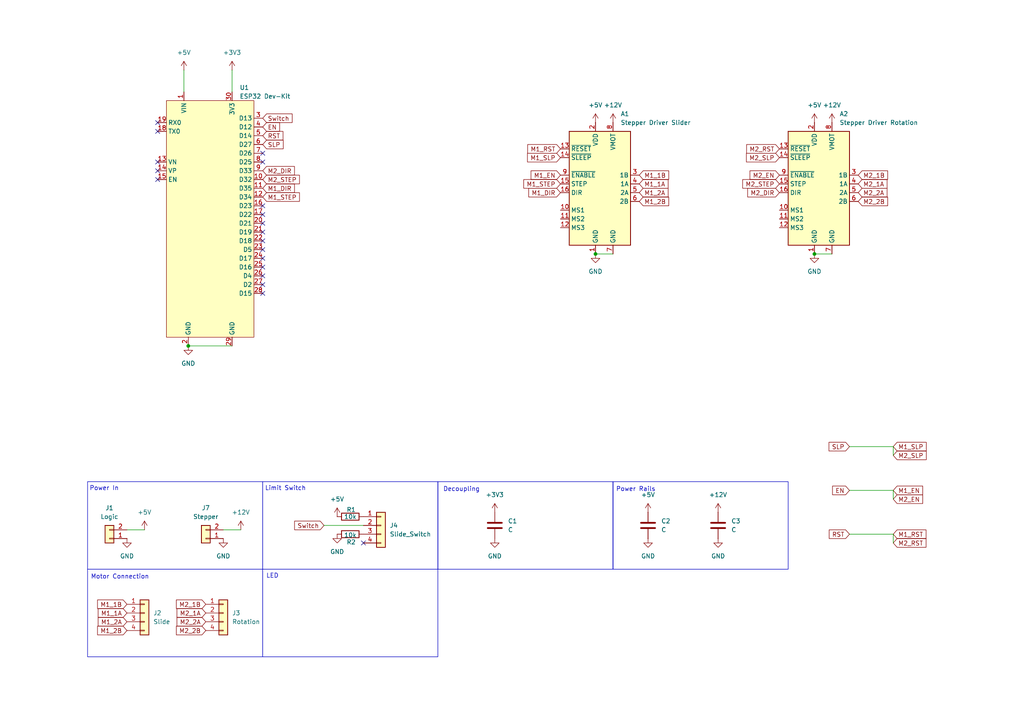
<source format=kicad_sch>
(kicad_sch (version 20231120) (generator "eeschema") (generator_version "8.0")
  (paper "A4")
  (lib_symbols
    (symbol "Connector_Generic:Conn_01x02" (pin_names (offset 1.016) hide)
      (property "Reference" "J" (at 0 2.54 0))
      (property "Value" "Conn_01x02" (at 0 -5.08 0))
      (symbol "Conn_01x02_1_1"
        (rectangle (start -1.27 -2.413) (end 0 -2.667) (stroke (width 0.1524)))
        (rectangle (start -1.27 0.127) (end 0 -0.127) (stroke (width 0.1524)))
        (rectangle (start -1.27 1.27) (end 1.27 -3.81) (stroke (width 0.254)) (fill (type background)))
        (pin passive line (at -5.08 0 0) (length 3.81) (name "Pin_1") (number "1"))
        (pin passive line (at -5.08 -2.54 0) (length 3.81) (name "Pin_2") (number "2"))
      )
    )
    (symbol "Connector_Generic:Conn_01x04" (pin_names (offset 1.016) hide)
      (property "Reference" "J" (at 0 5.08 0))
      (property "Value" "Conn_01x04" (at 0 -7.62 0))
      (symbol "Conn_01x04_1_1"
        (rectangle (start -1.27 -4.953) (end 0 -5.207) (stroke (width 0.1524)))
        (rectangle (start -1.27 -2.413) (end 0 -2.667) (stroke (width 0.1524)))
        (rectangle (start -1.27 0.127) (end 0 -0.127) (stroke (width 0.1524)))
        (rectangle (start -1.27 2.667) (end 0 2.413) (stroke (width 0.1524)))
        (rectangle (start -1.27 3.81) (end 1.27 -6.35) (stroke (width 0.254)) (fill (type background)))
        (pin passive line (at -5.08 2.54 0) (length 3.81) (name "Pin_1") (number "1"))
        (pin passive line (at -5.08 0 0) (length 3.81) (name "Pin_2") (number "2"))
        (pin passive line (at -5.08 -2.54 0) (length 3.81) (name "Pin_3") (number "3"))
        (pin passive line (at -5.08 -5.08 0) (length 3.81) (name "Pin_4") (number "4"))
      )
    )
    (symbol "Custom Library:ESP32-USBC-Devkit"
      (property "Reference" "U" (at -12.7 69.85 0))
      (symbol "ESP32-USBC-Devkit_1_1"
        (rectangle (start -25.4 68.58) (end 0 0) (fill (type background)))
        (pin power_in line (at -20.32 71.12 270) (length 2.54) (name "VIN") (number "1"))
        (pin bidirectional line (at 2.54 45.72 180) (length 2.54) (name "D32") (number "10"))
        (pin bidirectional line (at 2.54 43.18 180) (length 2.54) (name "D35") (number "11"))
        (pin bidirectional line (at 2.54 40.64 180) (length 2.54) (name "D34") (number "12"))
        (pin bidirectional line (at -27.94 50.8 0) (length 2.54) (name "VN") (number "13"))
        (pin bidirectional line (at -27.94 48.26 0) (length 2.54) (name "VP") (number "14"))
        (pin bidirectional line (at -27.94 45.72 0) (length 2.54) (name "EN") (number "15"))
        (pin bidirectional line (at 2.54 38.1 180) (length 2.54) (name "D23") (number "16"))
        (pin bidirectional line (at 2.54 35.56 180) (length 2.54) (name "D22") (number "17"))
        (pin bidirectional line (at -27.94 59.69 0) (length 2.54) (name "TX0") (number "18"))
        (pin bidirectional line (at -27.94 62.23 0) (length 2.54) (name "RX0") (number "19"))
        (pin power_in line (at -19.05 -2.54 90) (length 2.54) (name "GND") (number "2"))
        (pin bidirectional line (at 2.54 33.02 180) (length 2.54) (name "D21") (number "20"))
        (pin bidirectional line (at 2.54 30.48 180) (length 2.54) (name "D19") (number "21"))
        (pin bidirectional line (at 2.54 27.94 180) (length 2.54) (name "D18") (number "22"))
        (pin bidirectional line (at 2.54 25.4 180) (length 2.54) (name "D5") (number "23"))
        (pin bidirectional line (at 2.54 22.86 180) (length 2.54) (name "D17") (number "24"))
        (pin bidirectional line (at 2.54 20.32 180) (length 2.54) (name "D16") (number "25"))
        (pin bidirectional line (at 2.54 17.78 180) (length 2.54) (name "D4") (number "26"))
        (pin bidirectional line (at 2.54 15.24 180) (length 2.54) (name "D2") (number "27"))
        (pin bidirectional line (at 2.54 12.7 180) (length 2.54) (name "D15") (number "28"))
        (pin bidirectional line (at -6.35 -2.54 90) (length 2.54) (name "GND") (number "29"))
        (pin bidirectional line (at 2.54 63.5 180) (length 2.54) (name "D13") (number "3"))
        (pin bidirectional line (at -6.35 71.12 270) (length 2.54) (name "3V3") (number "30"))
        (pin bidirectional line (at 2.54 60.96 180) (length 2.54) (name "D12") (number "4"))
        (pin bidirectional line (at 2.54 58.42 180) (length 2.54) (name "D14") (number "5"))
        (pin bidirectional line (at 2.54 55.88 180) (length 2.54) (name "D27") (number "6"))
        (pin bidirectional line (at 2.54 53.34 180) (length 2.54) (name "D26") (number "7"))
        (pin bidirectional line (at 2.54 50.8 180) (length 2.54) (name "D25") (number "8"))
        (pin bidirectional line (at 2.54 48.26 180) (length 2.54) (name "D33") (number "9"))
      )
    )
    (symbol "Device:C" (pin_numbers hide) (pin_names (offset 0.254))
      (property "Reference" "C" (at 0.635 2.54 0))
      (property "Value" "C" (at 0.635 -2.54 0))
      (symbol "C_0_1"
        (polyline (pts (xy -2.032 -0.762) (xy 2.032 -0.762)) (stroke (width 0.508)))
        (polyline (pts (xy -2.032 0.762) (xy 2.032 0.762)) (stroke (width 0.508)))
      )
      (symbol "C_1_1"
        (pin passive line (at 0 3.81 270) (length 2.794) (name "~") (number "1"))
        (pin passive line (at 0 -3.81 90) (length 2.794) (name "~") (number "2"))
      )
    )
    (symbol "Device:R" (pin_numbers hide) (pin_names (offset 0))
      (property "Reference" "R" (at 2.032 0 90))
      (property "Value" "R" (at 0 0 90))
      (symbol "R_0_1"
        (rectangle (start -1.016 -2.54) (end 1.016 2.54) (stroke (width 0.254)))
      )
      (symbol "R_1_1"
        (pin passive line (at 0 3.81 270) (length 1.27) (name "~") (number "1"))
        (pin passive line (at 0 -3.81 90) (length 1.27) (name "~") (number "2"))
      )
    )
    (symbol "Driver_Motor:Pololu_Breakout_A4988"
      (property "Reference" "A" (at -2.54 19.05 0))
      (property "Value" "Pololu_Breakout_A4988" (at -2.54 16.51 0))
      (symbol "Pololu_Breakout_A4988_0_1"
        (rectangle (start 10.16 -17.78) (end -7.62 15.24) (stroke (width 0.254)) (fill (type background)))
      )
      (symbol "Pololu_Breakout_A4988_1_1"
        (pin power_in line (at 0 -20.32 90) (length 2.54) (name "GND") (number "1"))
        (pin input line (at -10.16 -7.62 0) (length 2.54) (name "MS1") (number "10"))
        (pin input line (at -10.16 -10.16 0) (length 2.54) (name "MS2") (number "11"))
        (pin input line (at -10.16 -12.7 0) (length 2.54) (name "MS3") (number "12"))
        (pin input line (at -10.16 10.16 0) (length 2.54) (name "~{RESET}") (number "13"))
        (pin input line (at -10.16 7.62 0) (length 2.54) (name "~{SLEEP}") (number "14"))
        (pin input line (at -10.16 0 0) (length 2.54) (name "STEP") (number "15"))
        (pin input line (at -10.16 -2.54 0) (length 2.54) (name "DIR") (number "16"))
        (pin power_in line (at 0 17.78 270) (length 2.54) (name "VDD") (number "2"))
        (pin output line (at 12.7 2.54 180) (length 2.54) (name "1B") (number "3"))
        (pin output line (at 12.7 0 180) (length 2.54) (name "1A") (number "4"))
        (pin output line (at 12.7 -2.54 180) (length 2.54) (name "2A") (number "5"))
        (pin output line (at 12.7 -5.08 180) (length 2.54) (name "2B") (number "6"))
        (pin power_in line (at 5.08 -20.32 90) (length 2.54) (name "GND") (number "7"))
        (pin power_in line (at 5.08 17.78 270) (length 2.54) (name "VMOT") (number "8"))
        (pin input line (at -10.16 2.54 0) (length 2.54) (name "~{ENABLE}") (number "9"))
      )
    )
    (symbol "power:+12V" (power) (pin_numbers hide) (pin_names (offset 0) hide)
      (property "Value" "+12V" (at 0 3.556 0))
      (symbol "+12V_0_1"
        (polyline (pts (xy -0.762 1.27) (xy 0 2.54)))
        (polyline (pts (xy 0 0) (xy 0 2.54)))
        (polyline (pts (xy 0 2.54) (xy 0.762 1.27)))
      )
      (symbol "+12V_1_1"
        (pin power_in line (at 0 0 90) (length 0) (name "~") (number "1"))
      )
    )
    (symbol "power:+3V3" (power) (pin_numbers hide) (pin_names (offset 0) hide)
      (property "Value" "+3V3" (at 0 3.556 0))
      (symbol "+3V3_0_1"
        (polyline (pts (xy -0.762 1.27) (xy 0 2.54)))
        (polyline (pts (xy 0 0) (xy 0 2.54)))
        (polyline (pts (xy 0 2.54) (xy 0.762 1.27)))
      )
      (symbol "+3V3_1_1"
        (pin power_in line (at 0 0 90) (length 0) (name "~") (number "1"))
      )
    )
    (symbol "power:+5V" (power) (pin_numbers hide) (pin_names (offset 0) hide)
      (property "Value" "+5V" (at 0 3.556 0))
      (symbol "+5V_0_1"
        (polyline (pts (xy -0.762 1.27) (xy 0 2.54)))
        (polyline (pts (xy 0 0) (xy 0 2.54)))
        (polyline (pts (xy 0 2.54) (xy 0.762 1.27)))
      )
      (symbol "+5V_1_1"
        (pin power_in line (at 0 0 90) (length 0) (name "~") (number "1"))
      )
    )
    (symbol "power:GND" (power) (pin_numbers hide) (pin_names (offset 0) hide)
      (property "Value" "GND" (at 0 -3.81 0))
      (symbol "GND_0_1"
        (polyline (pts (xy 0 0) (xy 0 -1.27) (xy 1.27 -1.27) (xy 0 -2.54) (xy -1.27 -1.27) (xy 0 -1.27)))
      )
      (symbol "GND_1_1"
        (pin power_in line (at 0 0 270) (length 0) (name "~") (number "1"))
      )
    )
  )
  (junction (at 54.61 100.33))
  (junction (at 236.22 73.66))
  (junction (at 172.72 73.66))
  (no_connect (at 105.41 157.48))
  (no_connect (at 76.2 62.23))
  (no_connect (at 45.72 38.1))
  (no_connect (at 76.2 80.01))
  (no_connect (at 45.72 52.07))
  (no_connect (at 76.2 64.77))
  (no_connect (at 76.2 59.69))
  (no_connect (at 45.72 49.53))
  (no_connect (at 76.2 67.31))
  (no_connect (at 45.72 46.99))
  (no_connect (at 76.2 77.47))
  (no_connect (at 76.2 69.85))
  (no_connect (at 76.2 85.09))
  (no_connect (at 76.2 46.99))
  (no_connect (at 76.2 44.45))
  (no_connect (at 76.2 72.39))
  (no_connect (at 76.2 82.55))
  (no_connect (at 76.2 74.93))
  (no_connect (at 45.72 35.56))
  (wire (pts (xy 236.22 73.66) (xy 241.3 73.66)))
  (wire (pts (xy 53.34 20.32) (xy 53.34 26.67)))
  (wire (pts (xy 64.77 153.67) (xy 69.85 153.67)))
  (wire (pts (xy 246.38 142.24) (xy 259.08 142.24)))
  (wire (pts (xy 246.38 129.54) (xy 259.08 129.54)))
  (wire (pts (xy 54.61 100.33) (xy 67.31 100.33)))
  (wire (pts (xy 259.08 142.24) (xy 259.08 144.78)))
  (wire (pts (xy 259.08 129.54) (xy 259.08 132.08)))
  (wire (pts (xy 67.31 20.32) (xy 67.31 26.67)))
  (wire (pts (xy 36.83 153.67) (xy 41.91 153.67)))
  (wire (pts (xy 172.72 73.66) (xy 177.8 73.66)))
  (wire (pts (xy 246.38 154.94) (xy 259.08 154.94)))
  (wire (pts (xy 93.98 152.4) (xy 105.41 152.4)))
  (wire (pts (xy 259.08 154.94) (xy 259.08 157.48)))
  (rectangle (start 177.8 139.7) (end 228.6 165.1))
  (rectangle (start 25.4 165.1) (end 76.2 190.5))
  (rectangle (start 25.4 139.7) (end 76.2 165.1))
  (rectangle (start 76.2 165.1) (end 127 190.5))
  (rectangle (start 76.2 139.7) (end 127 165.1))
  (rectangle (start 127 139.7) (end 177.8 165.1))
  (text "Limit Switch" (at 82.804 141.732 0) (effects (font (size 1.27 1.27))))
  (text "Power Rails" (at 184.404 141.986 0) (effects (font (size 1.27 1.27))))
  (text "Motor Connection" (at 34.798 167.386 0) (effects (font (size 1.27 1.27))))
  (text "LED " (at 79.502 167.132 0) (effects (font (size 1.27 1.27))))
  (text "Power In" (at 30.226 141.732 0) (effects (font (size 1.27 1.27))))
  (text "Decoupling" (at 133.858 141.986 0) (effects (font (size 1.27 1.27))))
  (global_label "RST" (shape input) (at 246.38 154.94 180) (property "Intersheetrefs" "${INTERSHEET_REFS}" (effects (hide yes))))
  (global_label "M1_RST" (shape input) (at 259.08 154.94 0) (property "Intersheetrefs" "${INTERSHEET_REFS}" (effects (hide yes))))
  (global_label "M1_RST" (shape input) (at 162.56 43.18 180) (property "Intersheetrefs" "${INTERSHEET_REFS}" (effects (hide yes))))
  (global_label "M1_2A" (shape input) (at 36.83 180.34 180) (property "Intersheetrefs" "${INTERSHEET_REFS}" (effects (hide yes))))
  (global_label "Switch" (shape input) (at 93.98 152.4 180) (property "Intersheetrefs" "${INTERSHEET_REFS}" (effects (hide yes))))
  (global_label "M2_1B" (shape input) (at 59.69 175.26 180) (property "Intersheetrefs" "${INTERSHEET_REFS}" (effects (hide yes))))
  (global_label "EN" (shape input) (at 76.2 36.83 0) (property "Intersheetrefs" "${INTERSHEET_REFS}" (effects (hide yes))))
  (global_label "M1_1B" (shape input) (at 185.42 50.8 0) (property "Intersheetrefs" "${INTERSHEET_REFS}" (effects (hide yes))))
  (global_label "M1_STEP" (shape input) (at 162.56 53.34 180) (property "Intersheetrefs" "${INTERSHEET_REFS}" (effects (hide yes))))
  (global_label "M2_1A" (shape input) (at 248.92 53.34 0) (property "Intersheetrefs" "${INTERSHEET_REFS}" (effects (hide yes))))
  (global_label "M1_DIR" (shape input) (at 76.2 54.61 0) (property "Intersheetrefs" "${INTERSHEET_REFS}" (effects (hide yes))))
  (global_label "M2_2B" (shape input) (at 59.69 182.88 180) (property "Intersheetrefs" "${INTERSHEET_REFS}" (effects (hide yes))))
  (global_label "M1_2B" (shape input) (at 185.42 58.42 0) (property "Intersheetrefs" "${INTERSHEET_REFS}" (effects (hide yes))))
  (global_label "M2_RST" (shape input) (at 259.08 157.48 0) (property "Intersheetrefs" "${INTERSHEET_REFS}" (effects (hide yes))))
  (global_label "M1_EN" (shape input) (at 259.08 142.24 0) (property "Intersheetrefs" "${INTERSHEET_REFS}" (effects (hide yes))))
  (global_label "M2_EN" (shape input) (at 226.06 50.8 180) (property "Intersheetrefs" "${INTERSHEET_REFS}" (effects (hide yes))))
  (global_label "M2_SLP" (shape input) (at 259.08 132.08 0) (property "Intersheetrefs" "${INTERSHEET_REFS}" (effects (hide yes))))
  (global_label "M2_1A" (shape input) (at 59.69 177.8 180) (property "Intersheetrefs" "${INTERSHEET_REFS}" (effects (hide yes))))
  (global_label "M1_SLP" (shape input) (at 259.08 129.54 0) (property "Intersheetrefs" "${INTERSHEET_REFS}" (effects (hide yes))))
  (global_label "M2_DIR" (shape input) (at 76.2 49.53 0) (property "Intersheetrefs" "${INTERSHEET_REFS}" (effects (hide yes))))
  (global_label "M2_RST" (shape input) (at 226.06 43.18 180) (property "Intersheetrefs" "${INTERSHEET_REFS}" (effects (hide yes))))
  (global_label "M2_SLP" (shape input) (at 226.06 45.72 180) (property "Intersheetrefs" "${INTERSHEET_REFS}" (effects (hide yes))))
  (global_label "M1_1A" (shape input) (at 36.83 177.8 180) (property "Intersheetrefs" "${INTERSHEET_REFS}" (effects (hide yes))))
  (global_label "M2_STEP" (shape input) (at 226.06 53.34 180) (property "Intersheetrefs" "${INTERSHEET_REFS}" (effects (hide yes))))
  (global_label "M2_STEP" (shape input) (at 76.2 52.07 0) (property "Intersheetrefs" "${INTERSHEET_REFS}" (effects (hide yes))))
  (global_label "M2_EN" (shape input) (at 259.08 144.78 0) (property "Intersheetrefs" "${INTERSHEET_REFS}" (effects (hide yes))))
  (global_label "M1_SLP" (shape input) (at 162.56 45.72 180) (property "Intersheetrefs" "${INTERSHEET_REFS}" (effects (hide yes))))
  (global_label "M2_1B" (shape input) (at 248.92 50.8 0) (property "Intersheetrefs" "${INTERSHEET_REFS}" (effects (hide yes))))
  (global_label "M2_2A" (shape input) (at 248.92 55.88 0) (property "Intersheetrefs" "${INTERSHEET_REFS}" (effects (hide yes))))
  (global_label "M1_1B" (shape input) (at 36.83 175.26 180) (property "Intersheetrefs" "${INTERSHEET_REFS}" (effects (hide yes))))
  (global_label "RST" (shape input) (at 76.2 39.37 0) (property "Intersheetrefs" "${INTERSHEET_REFS}" (effects (hide yes))))
  (global_label "M1_2B" (shape input) (at 36.83 182.88 180) (property "Intersheetrefs" "${INTERSHEET_REFS}" (effects (hide yes))))
  (global_label "M1_DIR" (shape input) (at 162.56 55.88 180) (property "Intersheetrefs" "${INTERSHEET_REFS}" (effects (hide yes))))
  (global_label "M2_DIR" (shape input) (at 226.06 55.88 180) (property "Intersheetrefs" "${INTERSHEET_REFS}" (effects (hide yes))))
  (global_label "M1_2A" (shape input) (at 185.42 55.88 0) (property "Intersheetrefs" "${INTERSHEET_REFS}" (effects (hide yes))))
  (global_label "M1_EN" (shape input) (at 162.56 50.8 180) (property "Intersheetrefs" "${INTERSHEET_REFS}" (effects (hide yes))))
  (global_label "SLP" (shape input) (at 246.38 129.54 180) (property "Intersheetrefs" "${INTERSHEET_REFS}" (effects (hide yes))))
  (global_label "EN" (shape input) (at 246.38 142.24 180) (property "Intersheetrefs" "${INTERSHEET_REFS}" (effects (hide yes))))
  (global_label "Switch" (shape input) (at 76.2 34.29 0) (property "Intersheetrefs" "${INTERSHEET_REFS}" (effects (hide yes))))
  (global_label "M1_STEP" (shape input) (at 76.2 57.15 0) (property "Intersheetrefs" "${INTERSHEET_REFS}" (effects (hide yes))))
  (global_label "M1_1A" (shape input) (at 185.42 53.34 0) (property "Intersheetrefs" "${INTERSHEET_REFS}" (effects (hide yes))))
  (global_label "M2_2B" (shape input) (at 248.92 58.42 0) (property "Intersheetrefs" "${INTERSHEET_REFS}" (effects (hide yes))))
  (global_label "M2_2A" (shape input) (at 59.69 180.34 180) (property "Intersheetrefs" "${INTERSHEET_REFS}" (effects (hide yes))))
  (global_label "SLP" (shape input) (at 76.2 41.91 0) (property "Intersheetrefs" "${INTERSHEET_REFS}" (effects (hide yes))))
  (symbol (lib_id "power:+12V") (at 241.3 35.56 0) (unit 1)
    (property "Reference" "#PWR010" (effects (hide yes)))
    (property "Value" "+12V" (at 241.3 30.48 0))
    (property "Description" "Power symbol creates a global label with name \"+12V\"" (effects (hide yes)))
  )
  (symbol (lib_id "power:+5V") (at 236.22 35.56 0) (unit 1)
    (property "Reference" "#PWR08" (effects (hide yes)))
    (property "Value" "+5V" (at 236.22 30.48 0))
    (property "Description" "Power symbol creates a global label with name \"+5V\"" (effects (hide yes)))
  )
  (symbol (lib_id "Driver_Motor:Pololu_Breakout_A4988") (at 172.72 53.34 0) (unit 1)
    (property "Reference" "A1" (at 179.9941 33.02 0) (effects (justify left)))
    (property "Value" "Stepper Driver Slider" (at 179.9941 35.56 0) (effects (justify left)))
    (property "Footprint" "Module:Pololu_Breakout-16_15.2x20.3mm" (effects (hide yes)))
    (property "Datasheet" "https://www.pololu.com/product/2980/pictures" (effects (hide yes)))
    (property "Description" "Pololu Breakout Board, Stepper Driver A4988" (effects (hide yes)))
  )
  (symbol (lib_id "Connector_Generic:Conn_01x04") (at 110.49 152.4 0) (unit 1)
    (property "Reference" "J4" (at 113.03 152.3999 0) (effects (justify left)))
    (property "Value" "Slide_Switch" (at 113.03 154.9399 0) (effects (justify left)))
    (property "Footprint" "Connector_PinHeader_2.54mm:PinHeader_1x04_P2.54mm_Vertical" (effects (hide yes)))
    (property "Description" "Generic connector, single row, 01x04, script generated (kicad-library-utils/schlib/autogen/connector/)" (effects (hide yes)))
  )
  (symbol (lib_id "power:+3V3") (at 143.51 148.59 0) (unit 1)
    (property "Reference" "#PWR015" (effects (hide yes)))
    (property "Value" "+3V3" (at 143.51 143.51 0))
    (property "Description" "Power symbol creates a global label with name \"+3V3\"" (effects (hide yes)))
  )
  (symbol (lib_id "Connector_Generic:Conn_01x02") (at 31.75 156.21 180) (unit 1)
    (property "Reference" "J1" (at 31.75 147.32 0))
    (property "Value" "Logic" (at 31.75 149.86 0))
    (property "Footprint" "Connector_PinHeader_2.54mm:PinHeader_1x02_P2.54mm_Vertical" (effects (hide yes)))
    (property "Description" "Generic connector, single row, 01x02, script generated (kicad-library-utils/schlib/autogen/connector/)" (effects (hide yes)))
  )
  (symbol (lib_id "power:GND") (at 172.72 73.66 0) (unit 1)
    (property "Reference" "#PWR011" (effects (hide yes)))
    (property "Value" "GND" (at 172.72 78.74 0))
    (property "Description" "Power symbol creates a global label with name \"GND\" , ground" (effects (hide yes)))
  )
  (symbol (lib_id "power:+3V3") (at 67.31 20.32 0) (unit 1)
    (property "Reference" "#PWR017" (effects (hide yes)))
    (property "Value" "+3V3" (at 67.31 15.24 0))
    (property "Description" "Power symbol creates a global label with name \"+3V3\"" (effects (hide yes)))
  )
  (symbol (lib_id "power:+5V") (at 97.79 149.86 0) (unit 1)
    (property "Reference" "#PWR014" (effects (hide yes)))
    (property "Value" "+5V" (at 97.79 144.78 0))
    (property "Description" "Power symbol creates a global label with name \"+5V\"" (effects (hide yes)))
  )
  (symbol (lib_id "power:GND") (at 36.83 156.21 0) (unit 1)
    (property "Reference" "#PWR01" (effects (hide yes)))
    (property "Value" "GND" (at 36.83 161.29 0))
    (property "Description" "Power symbol creates a global label with name \"GND\" , ground" (effects (hide yes)))
  )
  (symbol (lib_id "Custom Library:ESP32-USBC-Devkit") (at 73.66 97.79 0) (unit 1)
    (property "Reference" "U1" (at 69.5041 25.4 0) (effects (justify left)))
    (property "Value" "ESP32 Dev-Kit" (at 69.5041 27.94 0) (effects (justify left)))
    (property "Footprint" "Custom Library:ESP32-USBC-DevBoard" (effects (hide yes)))
  )
  (symbol (lib_id "Device:R") (at 101.6 154.94 90) (unit 1)
    (property "Reference" "R2" (at 101.854 157.226 90))
    (property "Value" "10k" (at 101.6 155.194 90))
    (property "Footprint" "Resistor_THT:R_Axial_DIN0204_L3.6mm_D1.6mm_P7.62mm_Horizontal" (effects (hide yes)))
    (property "Description" "Resistor" (effects (hide yes)))
  )
  (symbol (lib_id "Connector_Generic:Conn_01x04") (at 64.77 177.8 0) (unit 1)
    (property "Reference" "J3" (at 67.31 177.7999 0) (effects (justify left)))
    (property "Value" "Rotation" (at 67.31 180.3399 0) (effects (justify left)))
    (property "Footprint" "Connector_PinHeader_2.54mm:PinHeader_1x04_P2.54mm_Vertical" (effects (hide yes)))
    (property "Description" "Generic connector, single row, 01x04, script generated (kicad-library-utils/schlib/autogen/connector/)" (effects (hide yes)))
  )
  (symbol (lib_id "power:+12V") (at 208.28 148.59 0) (unit 1)
    (property "Reference" "#PWR019" (effects (hide yes)))
    (property "Value" "+12V" (at 208.28 143.51 0))
    (property "Description" "Power symbol creates a global label with name \"+12V\"" (effects (hide yes)))
  )
  (symbol (lib_id "power:+5V") (at 172.72 35.56 0) (unit 1)
    (property "Reference" "#PWR07" (effects (hide yes)))
    (property "Value" "+5V" (at 172.72 30.48 0))
    (property "Description" "Power symbol creates a global label with name \"+5V\"" (effects (hide yes)))
  )
  (symbol (lib_id "Device:C") (at 187.96 152.4 0) (unit 1)
    (property "Reference" "C2" (at 191.77 151.1299 0) (effects (justify left)))
    (property "Value" "C" (at 191.77 153.6699 0) (effects (justify left)))
    (property "Footprint" "Capacitor_THT:CP_Radial_D6.3mm_P2.50mm" (effects (hide yes)))
    (property "Description" "Unpolarized capacitor" (effects (hide yes)))
  )
  (symbol (lib_id "Device:R") (at 101.6 149.86 90) (unit 1)
    (property "Reference" "R1" (at 101.854 147.828 90))
    (property "Value" "10k" (at 101.6 149.86 90))
    (property "Footprint" "Resistor_THT:R_Axial_DIN0204_L3.6mm_D1.6mm_P7.62mm_Horizontal" (effects (hide yes)))
    (property "Description" "Resistor" (effects (hide yes)))
  )
  (symbol (lib_id "Connector_Generic:Conn_01x04") (at 41.91 177.8 0) (unit 1)
    (property "Reference" "J2" (at 44.45 177.7999 0) (effects (justify left)))
    (property "Value" "Slide" (at 44.45 180.3399 0) (effects (justify left)))
    (property "Footprint" "Connector_PinHeader_2.54mm:PinHeader_1x04_P2.54mm_Vertical" (effects (hide yes)))
    (property "Description" "Generic connector, single row, 01x04, script generated (kicad-library-utils/schlib/autogen/connector/)" (effects (hide yes)))
  )
  (symbol (lib_id "power:+12V") (at 177.8 35.56 0) (unit 1)
    (property "Reference" "#PWR09" (effects (hide yes)))
    (property "Value" "+12V" (at 177.8 30.48 0))
    (property "Description" "Power symbol creates a global label with name \"+12V\"" (effects (hide yes)))
  )
  (symbol (lib_id "power:GND") (at 97.79 154.94 0) (unit 1)
    (property "Reference" "#PWR013" (effects (hide yes)))
    (property "Value" "GND" (at 97.79 160.02 0))
    (property "Description" "Power symbol creates a global label with name \"GND\" , ground" (effects (hide yes)))
  )
  (symbol (lib_id "power:GND") (at 236.22 73.66 0) (unit 1)
    (property "Reference" "#PWR012" (effects (hide yes)))
    (property "Value" "GND" (at 236.22 78.74 0))
    (property "Description" "Power symbol creates a global label with name \"GND\" , ground" (effects (hide yes)))
  )
  (symbol (lib_id "Connector_Generic:Conn_01x02") (at 59.69 156.21 180) (unit 1)
    (property "Reference" "J7" (at 59.69 147.32 0))
    (property "Value" "Stepper" (at 59.69 149.86 0))
    (property "Footprint" "Connector_PinHeader_2.54mm:PinHeader_1x02_P2.54mm_Vertical" (effects (hide yes)))
    (property "Description" "Generic connector, single row, 01x02, script generated (kicad-library-utils/schlib/autogen/connector/)" (effects (hide yes)))
  )
  (symbol (lib_id "power:GND") (at 143.51 156.21 0) (unit 1)
    (property "Reference" "#PWR016" (effects (hide yes)))
    (property "Value" "GND" (at 143.51 161.29 0))
    (property "Description" "Power symbol creates a global label with name \"GND\" , ground" (effects (hide yes)))
  )
  (symbol (lib_id "power:GND") (at 54.61 100.33 0) (unit 1)
    (property "Reference" "#PWR03" (effects (hide yes)))
    (property "Value" "GND" (at 54.61 105.41 0))
    (property "Description" "Power symbol creates a global label with name \"GND\" , ground" (effects (hide yes)))
  )
  (symbol (lib_id "power:+5V") (at 187.96 148.59 0) (unit 1)
    (property "Reference" "#PWR018" (effects (hide yes)))
    (property "Value" "+5V" (at 187.96 143.51 0))
    (property "Description" "Power symbol creates a global label with name \"+5V\"" (effects (hide yes)))
  )
  (symbol (lib_id "power:+12V") (at 69.85 153.67 0) (unit 1)
    (property "Reference" "#PWR06" (effects (hide yes)))
    (property "Value" "+12V" (at 69.85 148.59 0))
    (property "Description" "Power symbol creates a global label with name \"+12V\"" (effects (hide yes)))
  )
  (symbol (lib_id "Driver_Motor:Pololu_Breakout_A4988") (at 236.22 53.34 0) (unit 1)
    (property "Reference" "A2" (at 243.4941 33.02 0) (effects (justify left)))
    (property "Value" "Stepper Driver Rotation" (at 243.4941 35.56 0) (effects (justify left)))
    (property "Footprint" "Module:Pololu_Breakout-16_15.2x20.3mm" (effects (hide yes)))
    (property "Datasheet" "https://www.pololu.com/product/2980/pictures" (effects (hide yes)))
    (property "Description" "Pololu Breakout Board, Stepper Driver A4988" (effects (hide yes)))
  )
  (symbol (lib_id "power:+5V") (at 53.34 20.32 0) (unit 1)
    (property "Reference" "#PWR04" (effects (hide yes)))
    (property "Value" "+5V" (at 53.34 15.24 0))
    (property "Description" "Power symbol creates a global label with name \"+5V\"" (effects (hide yes)))
  )
  (symbol (lib_id "power:GND") (at 64.77 156.21 0) (unit 1)
    (property "Reference" "#PWR05" (effects (hide yes)))
    (property "Value" "GND" (at 64.77 161.29 0))
    (property "Description" "Power symbol creates a global label with name \"GND\" , ground" (effects (hide yes)))
  )
  (symbol (lib_id "Device:C") (at 208.28 152.4 0) (unit 1)
    (property "Reference" "C3" (at 212.09 151.1299 0) (effects (justify left)))
    (property "Value" "C" (at 212.09 153.6699 0) (effects (justify left)))
    (property "Footprint" "Capacitor_THT:CP_Radial_D6.3mm_P2.50mm" (effects (hide yes)))
    (property "Description" "Unpolarized capacitor" (effects (hide yes)))
  )
  (symbol (lib_id "power:+5V") (at 41.91 153.67 0) (unit 1)
    (property "Reference" "#PWR02" (effects (hide yes)))
    (property "Value" "+5V" (at 41.91 148.59 0))
    (property "Description" "Power symbol creates a global label with name \"+5V\"" (effects (hide yes)))
  )
  (symbol (lib_id "power:GND") (at 187.96 156.21 0) (unit 1)
    (property "Reference" "#PWR020" (effects (hide yes)))
    (property "Value" "GND" (at 187.96 161.29 0))
    (property "Description" "Power symbol creates a global label with name \"GND\" , ground" (effects (hide yes)))
  )
  (symbol (lib_id "power:GND") (at 208.28 156.21 0) (unit 1)
    (property "Reference" "#PWR021" (effects (hide yes)))
    (property "Value" "GND" (at 208.28 161.29 0))
    (property "Description" "Power symbol creates a global label with name \"GND\" , ground" (effects (hide yes)))
  )
  (symbol (lib_id "Device:C") (at 143.51 152.4 0) (unit 1)
    (property "Reference" "C1" (at 147.32 151.1299 0) (effects (justify left)))
    (property "Value" "C" (at 147.32 153.6699 0) (effects (justify left)))
    (property "Footprint" "Capacitor_THT:C_Disc_D3.0mm_W1.6mm_P2.50mm" (effects (hide yes)))
    (property "Description" "Unpolarized capacitor" (effects (hide yes)))
  )
)
</source>
